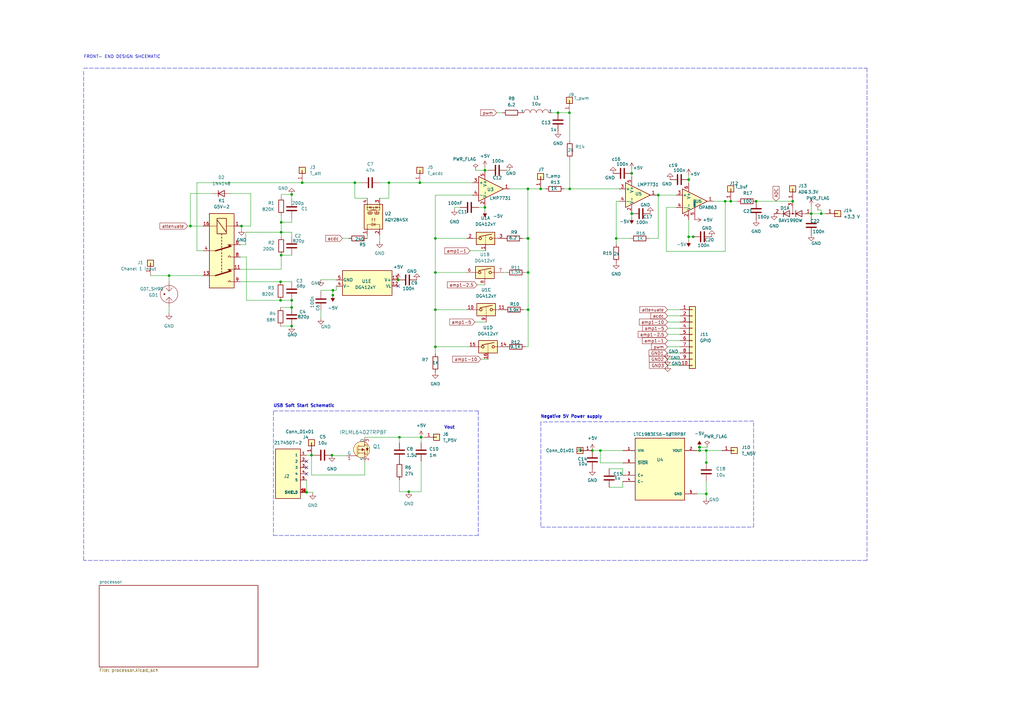
<source format=kicad_sch>
(kicad_sch (version 20211123) (generator eeschema)
  (paper "A3")
  (title_block (title "Oscilloscope") (date "1/17/2023") (comment 1 "Project 493"))
  (lib_symbols
    (symbol "2174507-2:2174507-2" (pin_names (offset 1.016))
      (property "Reference" "J" (at -5.3374 10.4206 0))
      (property "Value" "2174507-2" (at -5.3369 -12.4528 0))
      (symbol "2174507-2_0_0"
        (pin passive line (at 7.62 7.62 180) (length 2.54) (name "1") (number "1"))
        (pin passive line (at 7.62 5.08 180) (length 2.54) (name "2") (number "2"))
        (pin passive line (at 7.62 2.54 180) (length 2.54) (name "3") (number "3"))
        (pin passive line (at 7.62 0 180) (length 2.54) (name "4") (number "4"))
        (pin passive line (at 7.62 -2.54 180) (length 2.54) (name "5") (number "5"))
        (pin passive line (at 7.62 -7.62 180) (length 2.54) (name "SHIELD") (number "S1"))
        (pin passive line (at 7.62 -7.62 180) (length 2.54) (name "SHIELD") (number "S2"))
        (pin passive line (at 7.62 -7.62 180) (length 2.54) (name "SHIELD") (number "S3"))
        (pin passive line (at 7.62 -7.62 180) (length 2.54) (name "SHIELD") (number "S4"))
        (pin passive line (at 7.62 -7.62 180) (length 2.54) (name "SHIELD") (number "S5"))
        (pin passive line (at 7.62 -7.62 180) (length 2.54) (name "SHIELD") (number "S6"))
      )
    )
    (symbol "Amplifier_Current:LMP8640" (pin_names (offset 0.127))
      (property "Reference" "U11" (at 3.3782 7.3406 0))
      (property "Value" "LMP7731" (at 4.1656 4.2926 0))
      (symbol "LMP8640_1_1"
        (pin output line (at 7.62 0 180) (length 2.54) (name "~") (number "1"))
        (pin power_in line (at -2.54 -7.62 90) (length 3.81) (name "V-") (number "2"))
        (pin input line (at -7.62 2.54 0) (length 2.54) (name "+") (number "3"))
        (pin input line (at -7.62 -2.54 0) (length 2.54) (name "-") (number "4"))
        (pin power_in line (at -2.54 7.62 270) (length 3.81) (name "V+") (number "5"))
      )
    )
    (symbol "Amplifier_Operational:ADA4807-1" (pin_names (offset 0.127))
      (property "Reference" "U" (at 1.27 3.81 0))
      (property "Value" "ADA4807-1" (at 1.27 -3.81 0))
      (symbol "ADA4807-1_1_1"
        (pin output line (at 7.62 0 180) (length 2.54) (name "~") (number "1"))
        (pin power_in line (at -2.54 -7.62 90) (length 3.81) (name "V-") (number "2"))
        (pin input line (at -7.62 2.54 0) (length 2.54) (name "+") (number "3"))
        (pin input line (at -7.62 -2.54 0) (length 2.54) (name "-") (number "4"))
        (pin input line (at 0 -7.62 90) (length 5.08) (name "~{DISABLE}") (number "5"))
        (pin power_in line (at -2.54 7.62 270) (length 3.81) (name "V+") (number "6"))
      )
    )
    (symbol "Analog_Switch:DG412xY" (pin_names (offset 0.254))
      (property "Reference" "U" (at -3.175 5.334 0))
      (property "Value" "DG412xY" (at -3.175 3.556 0))
      (symbol "DG412xY_1_1"
        (pin input line (at 0 -5.08 90) (length 2.54) (name "~") (number "1"))
        (pin passive line (at -7.62 0 0) (length 2.54) (name "~") (number "2"))
        (pin passive line (at 7.62 0 180) (length 2.54) (name "~") (number "3"))
      )
      (symbol "DG412xY_2_1"
        (pin passive line (at -7.62 0 0) (length 2.54) (name "~") (number "6"))
        (pin passive line (at 7.62 0 180) (length 2.54) (name "~") (number "7"))
        (pin input line (at 0 -5.08 90) (length 2.54) (name "~") (number "8"))
      )
      (symbol "DG412xY_3_1"
        (pin passive line (at -7.62 0 0) (length 2.54) (name "~") (number "10"))
        (pin passive line (at 7.62 0 180) (length 2.54) (name "~") (number "11"))
        (pin input line (at 0 -5.08 90) (length 2.54) (name "~") (number "9"))
      )
      (symbol "DG412xY_4_1"
        (pin passive line (at 7.62 0 180) (length 2.54) (name "~") (number "14"))
        (pin passive line (at -7.62 0 0) (length 2.54) (name "~") (number "15"))
        (pin input line (at 0 -5.08 90) (length 2.54) (name "~") (number "16"))
      )
      (symbol "DG412xY_5_0"
        (pin power_in line (at 2.54 12.7 270) (length 2.54) (name "VL") (number "12"))
        (pin power_in line (at 0 12.7 270) (length 2.54) (name "V+") (number "13"))
        (pin power_in line (at 2.54 -12.7 90) (length 2.54) (name "V-") (number "4"))
        (pin power_in line (at 0 -12.7 90) (length 2.54) (name "GND") (number "5"))
      )
    )
    (symbol "Connector_Generic:Conn_01x01" (pin_names (offset 1.016) hide)
      (property "Reference" "J" (at 0 2.54 0))
      (property "Value" "Conn_01x01" (at 0 -2.54 0))
      (symbol "Conn_01x01_1_1"
        (pin passive line (at -5.08 0 0) (length 3.81) (name "Pin_1") (number "1"))
      )
    )
    (symbol "Connector_Generic:Conn_01x10" (pin_names (offset 1.016) hide)
      (property "Reference" "J" (at 0 12.7 0))
      (property "Value" "Conn_01x10" (at 0 -15.24 0))
      (symbol "Conn_01x10_1_1"
        (pin passive line (at -5.08 10.16 0) (length 3.81) (name "Pin_1") (number "1"))
        (pin passive line (at -5.08 -12.7 0) (length 3.81) (name "Pin_10") (number "10"))
        (pin passive line (at -5.08 7.62 0) (length 3.81) (name "Pin_2") (number "2"))
        (pin passive line (at -5.08 5.08 0) (length 3.81) (name "Pin_3") (number "3"))
        (pin passive line (at -5.08 2.54 0) (length 3.81) (name "Pin_4") (number "4"))
        (pin passive line (at -5.08 0 0) (length 3.81) (name "Pin_5") (number "5"))
        (pin passive line (at -5.08 -2.54 0) (length 3.81) (name "Pin_6") (number "6"))
        (pin passive line (at -5.08 -5.08 0) (length 3.81) (name "Pin_7") (number "7"))
        (pin passive line (at -5.08 -7.62 0) (length 3.81) (name "Pin_8") (number "8"))
        (pin passive line (at -5.08 -10.16 0) (length 3.81) (name "Pin_9") (number "9"))
      )
    )
    (symbol "Device:C" (pin_numbers hide) (pin_names (offset 0.254))
      (property "Reference" "C" (at 0.635 2.54 0))
      (property "Value" "C" (at 0.635 -2.54 0))
      (symbol "C_1_1"
        (pin passive line (at 0 3.81 270) (length 2.794) (name "~") (number "1"))
        (pin passive line (at 0 -3.81 90) (length 2.794) (name "~") (number "2"))
      )
    )
    (symbol "Device:GDT_2Pin" (pin_numbers hide)
      (property "Reference" "GD1" (at 5.08 1.2701 0))
      (property "Value" "GDT_SH90" (at 5.08 -1.2699 0))
      (symbol "GDT_2Pin_1_1"
        (pin passive line (at 0 -5.08 90) (length 2.54) (name "~") (number "1"))
        (pin passive line (at 0 5.08 270) (length 2.54) (name "~") (number "2"))
      )
    )
    (symbol "Device:R" (pin_numbers hide) (pin_names (offset 0))
      (property "Reference" "R" (at 2.032 0 90))
      (property "Value" "R" (at 0 0 90))
      (symbol "R_1_1"
        (pin passive line (at 0 3.81 270) (length 1.27) (name "~") (number "1"))
        (pin passive line (at 0 -3.81 90) (length 1.27) (name "~") (number "2"))
      )
    )
    (symbol "Diode:1N4148" (pin_numbers hide) (pin_names (offset 1.016) hide)
      (property "Reference" "D" (at 0 2.54 0))
      (property "Value" "1N4148" (at 0 -2.54 0))
      (symbol "1N4148_1_1"
        (pin passive line (at -3.81 0 0) (length 2.54) (name "K") (number "1"))
        (pin passive line (at 3.81 0 180) (length 2.54) (name "A") (number "2"))
      )
    )
    (symbol "Diode:BAV199DW" (pin_names (offset 0.0254) hide)
      (property "Reference" "D2" (at -2.1797 2.5401 90))
      (property "Value" "BAV199DW" (at 12.4253 -3.7648 90))
      (symbol "BAV199DW_1_1"
        (pin passive line (at -7.62 0 0) (length 2.54) (name "A1") (number "1"))
        (pin passive line (at 7.62 0 180) (length 2.54) (name "K2") (number "2"))
        (pin passive line (at 0 -5.08 90) (length 2.54) (name "K3A4") (number "3"))
      )
      (symbol "BAV199DW_2_1"
        (pin passive line (at 0 -5.08 90) (length 2.54) (name "K1A2") (number "3"))
        (pin passive line (at -7.62 0 0) (length 2.54) (name "A3") (number "4"))
        (pin passive line (at 7.62 0 180) (length 2.54) (name "K4") (number "5"))
      )
    )
    (symbol "LMP8640_1" (pin_names (offset 0.127))
      (property "Reference" "U9" (at 2.3622 6.2484 0))
      (property "Value" "LMP8640_1" (at 4.1656 3.175 0))
      (symbol "LMP8640_1_1_1"
        (pin output line (at 7.62 0 180) (length 2.54) (name "~") (number "1"))
        (pin power_in line (at -2.54 -7.62 90) (length 3.81) (name "V-") (number "2"))
        (pin input line (at -7.62 2.54 0) (length 2.54) (name "+") (number "3"))
        (pin input line (at -7.62 -2.54 0) (length 2.54) (name "-") (number "4"))
        (pin power_in line (at -2.54 7.62 270) (length 3.81) (name "V+") (number "5"))
      )
    )
    (symbol "LTC1983ES6-5_TRPBF:LTC1983ES6-5#TRPBF" (pin_names (offset 1.016))
      (property "Reference" "U" (at -10.1612 13.3365 0))
      (property "Value" "LTC1983ES6-5#TRPBF" (at -10.1658 -15.2487 0))
      (symbol "LTC1983ES6-5#TRPBF_0_0"
        (pin input line (at -15.24 7.62 0) (length 5.08) (name "VIN") (number "1"))
        (pin output line (at 15.24 7.62 180) (length 5.08) (name "VOUT") (number "2"))
        (pin passive line (at -15.24 -2.54 0) (length 5.08) (name "C+") (number "3"))
        (pin passive line (at -15.24 -5.08 0) (length 5.08) (name "C-") (number "4"))
        (pin power_in line (at 15.24 -10.16 180) (length 5.08) (name "GND") (number "5"))
        (pin input line (at -15.24 2.54 0) (length 5.08) (name "~{SHDN}") (number "6"))
      )
    )
    (symbol "Relay:G5V-2"
      (property "Reference" "K" (at 16.51 3.81 0))
      (property "Value" "G5V-2" (at 16.51 1.27 0))
      (symbol "G5V-2_1_1"
        (pin passive line (at -10.16 7.62 270) (length 2.54) (name "~") (number "1"))
        (pin passive line (at 7.62 7.62 270) (length 2.54) (name "~") (number "11"))
        (pin passive line (at 10.16 -7.62 90) (length 2.54) (name "~") (number "13"))
        (pin passive line (at -10.16 -7.62 90) (length 2.54) (name "~") (number "16"))
        (pin passive line (at 0 -7.62 90) (length 2.54) (name "~") (number "4"))
        (pin passive line (at -2.54 7.62 270) (length 2.54) (name "~") (number "6"))
        (pin passive line (at 2.54 7.62 270) (length 2.54) (name "~") (number "8"))
        (pin passive line (at 12.7 7.62 270) (length 2.54) (name "~") (number "9"))
      )
    )
    (symbol "Relay_SolidState:TLP3123"
      (property "Reference" "U" (at -5.08 5.08 0))
      (property "Value" "TLP3123" (at 0 5.08 0))
      (symbol "TLP3123_1_1"
        (pin passive line (at -7.62 2.54 0) (length 2.54) (name "~") (number "1"))
        (pin passive line (at -7.62 -2.54 0) (length 2.54) (name "~") (number "2"))
        (pin passive line (at 7.62 -2.54 180) (length 2.54) (name "~") (number "3"))
        (pin passive line (at 7.62 2.54 180) (length 2.54) (name "~") (number "4"))
      )
    )
    (symbol "dk_Transistors-FETs-MOSFETs-Single:IRLML6402TRPBF" (pin_names (offset 0))
      (property "Reference" "Q" (at -2.6924 3.6322 0))
      (property "Value" "IRLML6402TRPBF" (at 3.4544 0 90))
      (symbol "IRLML6402TRPBF_1_1"
        (pin bidirectional line (at -7.62 -2.54 0) (length 2.54) (name "G") (number "1"))
        (pin bidirectional line (at 0 -5.08 90) (length 2.54) (name "S") (number "2"))
        (pin bidirectional line (at 0 5.08 270) (length 2.54) (name "D") (number "3"))
      )
    )
    (symbol "power:+3.3V" (power) (pin_names (offset 0))
      (property "Value" "+3.3V" (at 0 3.556 0))
      (symbol "+3.3V_1_1"
        (pin power_in line (at 0 0 90) (length 0) hide (name "+3.3V") (number "1"))
      )
    )
    (symbol "power:+5V" (power) (pin_names (offset 0))
      (property "Value" "+5V" (at 0 3.556 0))
      (symbol "+5V_1_1"
        (pin power_in line (at 0 0 90) (length 0) hide (name "+5V") (number "1"))
      )
    )
    (symbol "power:-5V" (power) (pin_names (offset 0))
      (property "Value" "-5V" (at 0 3.81 0))
      (symbol "-5V_0_0"
        (pin power_in line (at 0 0 90) (length 0) hide (name "-5V") (number "1"))
      )
    )
    (symbol "power:GND" (power) (pin_names (offset 0))
      (property "Value" "GND" (at 0 -3.81 0))
      (symbol "GND_1_1"
        (pin power_in line (at 0 0 270) (length 0) hide (name "GND") (number "1"))
      )
    )
    (symbol "power:PWR_FLAG" (power) (pin_numbers hide) (pin_names (offset 0) hide)
      (property "Value" "PWR_FLAG" (at 0 3.81 0))
      (symbol "PWR_FLAG_0_0"
        (pin power_out line (at 0 0 90) (length 0) (name "pwr") (number "1"))
      )
    )
    (symbol "pspice:INDUCTOR" (pin_numbers hide) (pin_names (offset 0))
      (property "Reference" "L" (at 0 2.54 0))
      (property "Value" "INDUCTOR" (at 0 -1.27 0))
      (symbol "INDUCTOR_1_1"
        (pin input line (at -6.35 0 0) (length 1.27) (name "1") (number "1"))
        (pin input line (at 6.35 0 180) (length 1.27) (name "2") (number "2"))
      )
    )
  )
  (junction (at 310.134 82.55))
  (junction (at 252.73 97.79))
  (junction (at 198.882 69.85))
  (junction (at 297.434 82.55))
  (junction (at 289.687 202.5683))
  (junction (at 163.322 114.808))
  (junction (at 159.512 74.93))
  (junction (at 178.562 142.24))
  (junction (at 233.553 46.228))
  (junction (at 127.762 186.69))
  (junction (at 115.062 115.57))
  (junction (at 325.12 82.55))
  (junction (at 136.144 186.69))
  (junction (at 259.08 71.12))
  (junction (at 163.83 179.324))
  (junction (at 69.342 113.03))
  (junction (at 259.08 87.63))
  (junction (at 216.5109 77.47))
  (junction (at 125.73 201.93))
  (junction (at 332.74 87.63))
  (junction (at 289.687 189.7126))
  (junction (at 119.634 79.756))
  (junction (at 242.951 184.785))
  (junction (at 216.6039 127))
  (junction (at 284.3022 97.1042))
  (junction (at 289.6891 184.785))
  (junction (at 233.68 77.47))
  (junction (at 78.105 92.71))
  (junction (at 216.5109 97.79))
  (junction (at 115.316 104.648))
  (junction (at 136.4996 121.0818))
  (junction (at 221.742 77.47))
  (junction (at 216.6039 111.76))
  (junction (at 99.06 92.71))
  (junction (at 299.72 82.55))
  (junction (at 216.6039 97.79))
  (junction (at 228.854 46.228))
  (junction (at 246.238 184.785))
  (junction (at 270.002 80.01))
  (junction (at 282.448 73.66))
  (junction (at 172.72 179.324))
  (junction (at 115.062 123.19))
  (junction (at 198.882 85.09))
  (junction (at 172.212 74.93))
  (junction (at 286.9115 184.785))
  (junction (at 178.562 97.79))
  (junction (at 115.316 91.186))
  (junction (at 286.9115 183.4388))
  (junction (at 145.542 74.93))
  (junction (at 115.316 95.25))
  (junction (at 282.448 97.1174))
  (junction (at 136.537 119.0722))
  (junction (at 167.64 201.676))
  (junction (at 336.8294 87.6046))
  (junction (at 286.8676 183.4388))
  (junction (at 178.562 111.76))
  (junction (at 119.634 133.731))
  (junction (at 119.634 126.111))
  (junction (at 178.562 127))
  (junction (at 119.634 123.19))
  (junction (at 123.952 74.93))
  (no_connect (at 125.73 194.31))
  (no_connect (at 163.322 117.348))
  (no_connect (at 125.73 191.77))
  (no_connect (at 125.73 189.23))
  (wire (pts (xy 332.74 87.63) (xy 332.74 88.646)))
  (wire (pts (xy 282.448 71.882) (xy 282.448 73.66)))
  (wire (pts (xy 136.537 119.0722) (xy 137.922 119.0722)))
  (wire (pts (xy 259.08 69.342) (xy 259.08 71.12)))
  (wire (pts (xy 285.9024 202.5683) (xy 289.687 202.5683)))
  (wire (pts (xy 273.304 103.124) (xy 297.434 103.124)))
  (wire (pts (xy 233.68 46.228) (xy 233.68 57.658)))
  (wire (pts (xy 136.537 121.0818) (xy 136.4996 121.0818)))
  (wire (pts (xy 273.7612 127) (xy 278.892 127)))
  (wire (pts (xy 286.9115 184.785) (xy 286.9115 183.4388)))
  (wire (pts (xy 127.762 186.69) (xy 128.524 186.69)))
  (wire (pts (xy 221.742 77.47) (xy 223.774 77.47)))
  (wire (pts (xy 119.634 79.6448) (xy 119.634 79.756)))
  (wire (pts (xy 172.72 201.676) (xy 167.64 201.676)))
  (wire (pts (xy 98.552 92.71) (xy 99.06 92.71)))
  (wire (pts (xy 277.368 85.09) (xy 273.304 85.09)))
  (wire (pts (xy 178.562 142.24) (xy 178.562 145.034)))
  (wire (pts (xy 216.5109 77.47) (xy 221.742 77.47)))
  (polyline (pts (xy 112.2569 168.5475) (xy 196.1785 168.5475)))
  (wire (pts (xy 273.939 134.62) (xy 278.892 134.62)))
  (wire (pts (xy 119.634 95.25) (xy 119.634 97.028)))
  (wire (pts (xy 80.772 74.93) (xy 123.952 74.93)))
  (wire (pts (xy 195.072 69.85) (xy 198.882 69.85)))
  (wire (pts (xy 228.854 46.228) (xy 226.314 46.228)))
  (wire (pts (xy 249.8344 199.8726) (xy 255.4224 199.8726)))
  (wire (pts (xy 125.73 186.69) (xy 127.762 186.69)))
  (wire (pts (xy 273.7612 147.32) (xy 278.892 147.32)))
  (wire (pts (xy 94.615 79.375) (xy 102.87 79.375)))
  (wire (pts (xy 119.634 123.19) (xy 119.634 126.111)))
  (wire (pts (xy 149.606 194.818) (xy 127.762 194.818)))
  (wire (pts (xy 149.606 179.324) (xy 163.83 179.324)))
  (wire (pts (xy 231.394 77.47) (xy 233.68 77.47)))
  (wire (pts (xy 215.392 142.24) (xy 216.6039 142.24)))
  (wire (pts (xy 178.562 127) (xy 191.77 127)))
  (wire (pts (xy 198.882 85.09) (xy 198.882 86.36)))
  (wire (pts (xy 302.514 82.55) (xy 299.72 82.55)))
  (wire (pts (xy 178.562 142.24) (xy 192.532 142.24)))
  (wire (pts (xy 259.08 87.63) (xy 259.08 89.154)))
  (wire (pts (xy 115.316 95.25) (xy 119.634 95.25)))
  (wire (pts (xy 198.882 68.58) (xy 198.882 69.85)))
  (wire (pts (xy 98.552 110.49) (xy 115.316 110.49)))
  (wire (pts (xy 233.68 65.278) (xy 233.68 77.47)))
  (wire (pts (xy 145.542 74.93) (xy 148.082 74.93)))
  (wire (pts (xy 252.73 97.79) (xy 252.73 82.55)))
  (wire (pts (xy 145.542 81.28) (xy 145.542 74.93)))
  (wire (pts (xy 115.316 79.756) (xy 115.316 80.772)))
  (wire (pts (xy 115.316 91.186) (xy 115.316 88.392)))
  (wire (pts (xy 216.5109 97.79) (xy 216.6039 97.79)))
  (wire (pts (xy 100.838 95.25) (xy 100.838 100.33)))
  (polyline (pts (xy 355.6 229.87) (xy 34.29 229.87)))
  (wire (pts (xy 155.702 81.28) (xy 159.512 81.28)))
  (wire (pts (xy 78.105 92.71) (xy 83.312 92.71)))
  (wire (pts (xy 188.722 85.09) (xy 186.4106 85.09)))
  (wire (pts (xy 196.342 85.09) (xy 198.882 85.09)))
  (wire (pts (xy 100.838 95.25) (xy 115.316 95.25)))
  (wire (pts (xy 163.83 179.324) (xy 163.83 181.61)))
  (wire (pts (xy 286.8676 183.4388) (xy 286.9115 183.4388)))
  (wire (pts (xy 282.448 73.66) (xy 282.448 74.93)))
  (wire (pts (xy 115.062 115.57) (xy 119.634 115.57)))
  (wire (pts (xy 289.687 202.5683) (xy 289.687 204.2922)))
  (wire (pts (xy 273.812 139.7) (xy 278.892 139.7)))
  (wire (pts (xy 299.72 82.55) (xy 297.434 82.55)))
  (wire (pts (xy 195.707 116.84) (xy 198.882 116.84)))
  (wire (pts (xy 286.9115 184.785) (xy 289.6891 184.785)))
  (wire (pts (xy 336.8294 86.1314) (xy 335.4578 86.1314)))
  (wire (pts (xy 255.4224 199.8726) (xy 255.4224 197.485)))
  (wire (pts (xy 296.037 184.785) (xy 289.6891 184.785)))
  (wire (pts (xy 150.622 81.28) (xy 145.542 81.28)))
  (wire (pts (xy 289.6891 184.785) (xy 289.6891 189.7126)))
  (wire (pts (xy 255.4224 192.2526) (xy 255.4224 194.945)))
  (wire (pts (xy 233.68 46.228) (xy 233.553 46.228)))
  (wire (pts (xy 297.434 82.55) (xy 292.608 82.55)))
  (polyline (pts (xy 196.1785 168.5475) (xy 196.1785 219.6269)))
  (wire (pts (xy 127.762 194.818) (xy 127.762 186.69)))
  (wire (pts (xy 115.316 91.186) (xy 115.316 95.25)))
  (wire (pts (xy 115.062 126.111) (xy 119.634 126.111)))
  (wire (pts (xy 69.342 113.03) (xy 69.342 115.57)))
  (wire (pts (xy 193.802 80.01) (xy 178.562 80.01)))
  (wire (pts (xy 172.72 179.324) (xy 172.72 181.61)))
  (wire (pts (xy 178.562 80.01) (xy 178.562 97.79)))
  (wire (pts (xy 246.238 184.785) (xy 255.4224 184.785)))
  (wire (pts (xy 258.572 97.79) (xy 252.73 97.79)))
  (wire (pts (xy 125.73 201.93) (xy 128.27 201.93)))
  (wire (pts (xy 131.6228 119.0722) (xy 131.6228 119.6086)))
  (wire (pts (xy 297.434 103.124) (xy 297.434 82.55)))
  (wire (pts (xy 98.552 105.41) (xy 101.092 105.41)))
  (wire (pts (xy 273.304 85.09) (xy 273.304 103.124)))
  (wire (pts (xy 115.316 104.648) (xy 115.316 110.49)))
  (wire (pts (xy 336.8294 87.6046) (xy 332.74 87.63)))
  (wire (pts (xy 216.6039 111.76) (xy 215.392 111.76)))
  (wire (pts (xy 197.231 147.32) (xy 200.152 147.32)))
  (wire (pts (xy 69.3166 128.397) (xy 69.342 125.73)))
  (wire (pts (xy 115.062 123.19) (xy 101.092 123.19)))
  (wire (pts (xy 98.552 115.57) (xy 115.062 115.57)))
  (wire (pts (xy 332.74 84.455) (xy 332.74 87.63)))
  (wire (pts (xy 80.772 102.87) (xy 80.772 74.93)))
  (wire (pts (xy 246.238 189.865) (xy 255.4224 189.865)))
  (wire (pts (xy 115.316 97.028) (xy 115.316 95.25)))
  (wire (pts (xy 119.634 89.408) (xy 119.634 91.186)))
  (wire (pts (xy 216.6039 111.76) (xy 216.6039 127)))
  (polyline (pts (xy 196.1785 219.6269) (xy 112.1553 219.6269)))
  (wire (pts (xy 172.72 179.324) (xy 173.99 179.324)))
  (wire (pts (xy 136.1694 114.7572) (xy 137.922 114.808)))
  (polyline (pts (xy 309.0672 216.1794) (xy 309.0672 172.6946)))
  (wire (pts (xy 206.502 111.76) (xy 207.772 111.76)))
  (wire (pts (xy 140.462 97.79) (xy 143.002 97.79)))
  (wire (pts (xy 163.83 201.676) (xy 167.64 201.676)))
  (wire (pts (xy 336.8294 87.6046) (xy 336.8294 86.1314)))
  (wire (pts (xy 115.316 104.648) (xy 119.634 104.648)))
  (wire (pts (xy 119.634 79.756) (xy 119.634 81.788)))
  (wire (pts (xy 115.062 123.19) (xy 119.634 123.19)))
  (wire (pts (xy 115.316 79.756) (xy 119.634 79.756)))
  (polyline (pts (xy 112.1553 168.6491) (xy 112.1553 219.6269)))
  (wire (pts (xy 233.68 77.47) (xy 254 77.47)))
  (wire (pts (xy 186.4106 85.09) (xy 186.4106 85.725)))
  (wire (pts (xy 216.6039 127) (xy 216.6039 142.24)))
  (wire (pts (xy 209.042 77.47) (xy 216.5109 77.47)))
  (wire (pts (xy 99.06 92.71) (xy 99.06 93.98)))
  (wire (pts (xy 101.092 105.41) (xy 101.092 123.19)))
  (wire (pts (xy 310.134 82.55) (xy 325.12 82.55)))
  (wire (pts (xy 102.87 92.71) (xy 99.06 92.71)))
  (wire (pts (xy 119.634 91.186) (xy 115.316 91.186)))
  (wire (pts (xy 233.553 46.228) (xy 228.854 46.228)))
  (wire (pts (xy 192.786 102.87) (xy 199.136 102.87)))
  (wire (pts (xy 137.922 119.0722) (xy 137.922 117.348)))
  (wire (pts (xy 194.818 132.08) (xy 199.39 132.08)))
  (polyline (pts (xy 355.6 27.94) (xy 355.6 229.87)))
  (wire (pts (xy 136.537 119.0722) (xy 136.537 121.0818)))
  (wire (pts (xy 78.105 79.375) (xy 86.995 79.375)))
  (wire (pts (xy 252.73 82.55) (xy 254 82.55)))
  (wire (pts (xy 246.238 184.785) (xy 246.238 189.865)))
  (wire (pts (xy 178.562 97.79) (xy 178.562 111.76)))
  (wire (pts (xy 273.812 142.24) (xy 278.892 142.24)))
  (wire (pts (xy 150.622 96.52) (xy 150.622 97.79)))
  (wire (pts (xy 125.73 196.85) (xy 125.73 201.93)))
  (wire (pts (xy 128.27 201.93) (xy 128.27 202.184)))
  (wire (pts (xy 163.83 179.324) (xy 172.72 179.324)))
  (wire (pts (xy 285.9024 184.785) (xy 286.9115 184.785)))
  (wire (pts (xy 159.512 74.93) (xy 172.212 74.93)))
  (wire (pts (xy 178.562 127) (xy 178.562 142.24)))
  (wire (pts (xy 149.606 189.484) (xy 149.606 194.818)))
  (wire (pts (xy 102.87 79.375) (xy 102.87 92.71)))
  (wire (pts (xy 159.512 81.28) (xy 159.512 74.93)))
  (wire (pts (xy 141.986 186.944) (xy 136.144 186.944)))
  (wire (pts (xy 123.952 74.93) (xy 145.542 74.93)))
  (wire (pts (xy 214.63 127) (xy 216.6039 127)))
  (wire (pts (xy 131.6228 130.4544) (xy 131.6228 127.2286)))
  (wire (pts (xy 163.83 196.85) (xy 163.83 201.676)))
  (wire (pts (xy 178.562 111.76) (xy 191.262 111.76)))
  (wire (pts (xy 282.448 97.1174) (xy 282.448 98.552)))
  (wire (pts (xy 242.951 184.785) (xy 246.238 184.785)))
  (wire (pts (xy 286.9115 183.4388) (xy 290.0172 183.4388)))
  (wire (pts (xy 155.702 74.93) (xy 159.512 74.93)))
  (wire (pts (xy 273.812 132.08) (xy 278.892 132.08)))
  (wire (pts (xy 131.5974 114.7572) (xy 136.1694 114.7572)))
  (polyline (pts (xy 309.0672 172.6946) (xy 222.0976 173.0756)))
  (wire (pts (xy 289.687 197.3326) (xy 289.687 202.5683)))
  (wire (pts (xy 115.062 133.731) (xy 119.634 133.731)))
  (wire (pts (xy 273.812 129.54) (xy 278.892 129.54)))
  (wire (pts (xy 172.212 74.93) (xy 193.802 74.93)))
  (wire (pts (xy 178.562 97.79) (xy 191.516 97.79)))
  (wire (pts (xy 338.5058 87.6046) (xy 336.8294 87.6046)))
  (wire (pts (xy 178.562 111.76) (xy 178.562 127)))
  (wire (pts (xy 282.448 97.1174) (xy 284.3022 97.1174)))
  (wire (pts (xy 269.24 80.01) (xy 270.002 80.01)))
  (wire (pts (xy 289.6891 189.7126) (xy 289.687 189.7126)))
  (wire (pts (xy 78.105 92.71) (xy 78.105 79.375)))
  (wire (pts (xy 172.72 189.23) (xy 172.72 201.676)))
  (wire (pts (xy 249.8344 192.2526) (xy 255.4224 192.2526)))
  (wire (pts (xy 203.708 46.228) (xy 205.994 46.228)))
  (wire (pts (xy 282.448 90.17) (xy 282.448 97.1174)))
  (wire (pts (xy 285.9024 202.5683) (xy 285.9024 202.565)))
  (polyline (pts (xy 34.29 27.94) (xy 355.6 27.94)))
  (wire (pts (xy 76.962 92.71) (xy 78.105 92.71)))
  (wire (pts (xy 61.722 113.03) (xy 69.342 113.03)))
  (wire (pts (xy 207.772 69.85) (xy 209.042 69.85)))
  (wire (pts (xy 131.6228 119.0722) (xy 136.537 119.0722)))
  (wire (pts (xy 284.3022 97.1174) (xy 284.3022 97.1042)))
  (wire (pts (xy 98.552 100.33) (xy 100.838 100.33)))
  (wire (pts (xy 273.8628 149.86) (xy 278.892 149.86)))
  (wire (pts (xy 266.192 97.79) (xy 270.002 97.79)))
  (polyline (pts (xy 221.8436 216.1794) (xy 309.0672 216.1794)))
  (wire (pts (xy 155.702 96.52) (xy 155.702 99.06)))
  (wire (pts (xy 273.939 137.16) (xy 278.892 137.16)))
  (wire (pts (xy 270.002 80.01) (xy 270.002 97.79)))
  (wire (pts (xy 252.73 97.79) (xy 252.73 100.076)))
  (wire (pts (xy 198.882 69.85) (xy 200.152 69.85)))
  (polyline (pts (xy 221.8436 172.9486) (xy 221.8436 216.1794)))
  (wire (pts (xy 69.342 113.03) (xy 83.312 113.03)))
  (polyline (pts (xy 34.29 29.21) (xy 34.29 229.87)))
  (wire (pts (xy 259.08 71.12) (xy 259.08 72.39)))
  (wire (pts (xy 216.6039 97.79) (xy 216.6039 111.76)))
  (wire (pts (xy 270.002 80.01) (xy 277.368 80.01)))
  (wire (pts (xy 83.312 102.87) (xy 80.772 102.87)))
  (wire (pts (xy 273.685 144.78) (xy 278.892 144.78)))
  (wire (pts (xy 214.376 97.79) (xy 216.5109 97.79)))
  (wire (pts (xy 216.5109 77.47) (xy 216.5109 97.79)))
  (wire (pts (xy 136.144 186.944) (xy 136.144 186.69)))
  (text "Vout" (at 182.1323 176.0913 0) (effects (font (size 1.27 1.27) bold) (justify left bottom)))
  (text "USB Soft Start Schematic \n" (at 112.0791 167.2521 0) (effects (font (size 1.27 1.27) bold) (justify left bottom)))
  (text "Negative 5V Power supply" (at 221.6912 171.6786 0) (effects (font (size 1.27 1.27) (thickness 0.254) bold) (justify left bottom)))
  (text "FRONT- END DESIGN SHCEMATIC" (at 34.29 24.13 0) (effects (font (size 1.27 1.27)) (justify left bottom)))
  (global_label "amp1-10" (shape input) (at 197.231 147.32 180) (property "Intersheet References" "${INTERSHEET_REFS}" (effects hide)))
  (global_label "GND1" (shape input) (at 273.685 144.78 180) (property "Intersheet References" "${INTERSHEET_REFS}" (effects hide)))
  (global_label "ADC" (shape input) (at 318.2874 82.4484 90) (property "Intersheet References" "${INTERSHEET_REFS}" (effects hide)))
  (global_label "amp1-1" (shape input) (at 273.812 139.7 180) (property "Intersheet References" "${INTERSHEET_REFS}" (effects hide)))
  (global_label "attenuate" (shape input) (at 273.7612 127 180) (property "Intersheet References" "${INTERSHEET_REFS}" (effects hide)))
  (global_label "amp1-5" (shape input) (at 273.939 134.62 180) (property "Intersheet References" "${INTERSHEET_REFS}" (effects hide)))
  (global_label "amp1-2.5" (shape input) (at 195.707 116.84 180) (property "Intersheet References" "${INTERSHEET_REFS}" (effects hide)))
  (global_label "amp1-10" (shape input) (at 273.812 132.08 180) (property "Intersheet References" "${INTERSHEET_REFS}" (effects hide)))
  (global_label "GND3" (shape input) (at 273.8628 149.86 180) (property "Intersheet References" "${INTERSHEET_REFS}" (effects hide)))
  (global_label "pwm" (shape input) (at 203.708 46.228 180) (property "Intersheet References" "${INTERSHEET_REFS}" (effects hide)))
  (global_label "pwm" (shape input) (at 273.812 142.24 180) (property "Intersheet References" "${INTERSHEET_REFS}" (effects hide)))
  (global_label "attenuate" (shape input) (at 76.962 92.71 180) (property "Intersheet References" "${INTERSHEET_REFS}" (effects hide)))
  (global_label "acdc" (shape input) (at 273.812 129.54 180) (property "Intersheet References" "${INTERSHEET_REFS}" (effects hide)))
  (global_label "amp1-2.5" (shape input) (at 273.939 137.16 180) (property "Intersheet References" "${INTERSHEET_REFS}" (effects hide)))
  (global_label "amp1-1" (shape input) (at 192.786 102.87 180) (property "Intersheet References" "${INTERSHEET_REFS}" (effects hide)))
  (global_label "GND2" (shape input) (at 273.7612 147.32 180) (property "Intersheet References" "${INTERSHEET_REFS}" (effects hide)))
  (global_label "acdc" (shape input) (at 140.462 97.79 180) (property "Intersheet References" "${INTERSHEET_REFS}" (effects hide)))
  (global_label "amp1-5" (shape input) (at 194.818 132.08 180) (property "Intersheet References" "${INTERSHEET_REFS}" (effects hide)))
  (symbol (lib_name "LMP8640_1") (lib_id "Amplifier_Current:LMP8640") (at 201.422 77.47 0) (unit 1)
    (property "Reference" "U3" (at 201.168 77.724 0))
    (property "Value" "LMP7731" (at 205.232 81.28 0))
    (property "Footprint" "Package_TO_SOT_SMD:SOT-23-5_HandSoldering" (effects hide))
    (property "Datasheet" "https://www.ti.com/lit/ds/symlink/lmp7731.pdf?HQS=dis-mous-null-mousermode-dsf-pf-null-wwe&ts=1675782951582&ref_url=https%253A%252F%252Fwww.mouser.com%252F" (effects hide))
  )
  (symbol (lib_id "power:GND") (at 170.942 114.808 180) (unit 1)
    (property "Reference" "#PWR013" (effects hide))
    (property "Value" "GND" (at 168.91 111.252 0))
  )
  (symbol (lib_id "Connector_Generic:Conn_01x01") (at 325.12 77.47 90) (unit 1)
    (property "Reference" "J13" (at 327.406 76.1999 90) (effects (justify right)))
    (property "Value" "ADC" (at 327.406 78.7399 90) (effects (justify right)))
    (property "Footprint" "Connector_PinHeader_2.54mm:PinHeader_1x01_P2.54mm_Vertical" (effects hide))
  )
  (symbol (lib_id "Device:C") (at 132.334 186.69 90) (unit 1)
    (property "Reference" "C5" (at 132.334 179.1462 90))
    (property "Value" "10u" (at 132.334 181.6862 90))
    (property "Footprint" "Capacitor_SMD:C_0603_1608Metric_Pad1.08x0.95mm_HandSolder" (effects hide))
  )
  (symbol (lib_id "power:GND") (at 291.9222 97.1042 180) (unit 1)
    (property "Reference" "#PWR035" (effects hide))
    (property "Value" "GND" (at 289.8902 93.5482 0))
  )
  (symbol (lib_id "Connector_Generic:Conn_01x01") (at 299.72 77.47 90) (unit 1)
    (property "Reference" "J12" (at 299.212 75.184 90) (effects (justify right)))
    (property "Value" "T_buf" (at 301.498 76.581 90) (effects (justify right)))
    (property "Footprint" "Connector_PinHeader_2.54mm:PinHeader_1x01_P2.54mm_Vertical" (effects hide))
  )
  (symbol (lib_id "Analog_Switch:DG412xY") (at 199.39 127 0) (unit 3)
    (property "Reference" "U1" (at 199.39 118.872 0))
    (property "Value" "DG412xY" (at 199.39 121.412 0))
    (property "Footprint" "Package_SO:SOIC-16_3.9x9.9mm_P1.27mm" (effects hide))
    (property "Datasheet" "https://datasheets.maximintegrated.com/en/ds/DG411-DG413.pdf" (effects hide))
  )
  (symbol (lib_id "power:GND") (at 186.4106 85.725 0) (unit 1)
    (property "Reference" "#PWR016" (effects hide))
    (property "Value" "GND" (at 186.4106 90.9574 0))
  )
  (symbol (lib_id "power:GND") (at 273.8628 149.86 0) (unit 1)
    (property "Reference" "#PWR0103" (effects hide))
    (property "Value" "GND" (at 277.4188 149.1488 0))
  )
  (symbol (lib_id "power:GND") (at 69.3166 128.397 0) (unit 1)
    (property "Reference" "#PWR01" (effects hide))
    (property "Value" "GND" (at 69.3166 133.731 0))
  )
  (symbol (lib_id "power:GND") (at 252.73 107.696 0) (unit 1)
    (property "Reference" "#PWR024" (effects hide))
    (property "Value" "GND" (at 252.73 112.3696 0))
  )
  (symbol (lib_id "Connector_Generic:Conn_01x01") (at 221.742 72.39 90) (unit 1)
    (property "Reference" "J7" (at 220.726 69.596 90) (effects (justify right)))
    (property "Value" "T_amp" (at 223.774 72.136 90) (effects (justify right)))
    (property "Footprint" "Connector_PinHeader_2.54mm:PinHeader_1x01_P2.54mm_Vertical" (effects hide))
  )
  (symbol (lib_id "Device:C") (at 119.634 100.838 0) (mirror y) (unit 1)
    (property "Reference" "C2" (at 123.4948 96.7232 0) (effects (justify left)))
    (property "Value" "820p" (at 124.968 98.806 0) (effects (justify left)))
    (property "Footprint" "Capacitor_SMD:C_0603_1608Metric_Pad1.08x0.95mm_HandSolder" (effects hide))
  )
  (symbol (lib_id "Device:R") (at 210.566 97.79 90) (unit 1)
    (property "Reference" "R9" (at 210.8454 95.2754 90))
    (property "Value" "6.2" (at 210.3882 97.5868 90))
    (property "Footprint" "Resistor_SMD:R_0603_1608Metric_Pad0.98x0.95mm_HandSolder" (effects hide))
  )
  (symbol (lib_id "power:GND") (at 136.144 186.69 0) (unit 1)
    (property "Reference" "#PWR07" (effects hide))
    (property "Value" "GND" (at 136.144 192.3288 0))
  )
  (symbol (lib_id "Diode:1N4148") (at 90.805 79.375 0) (unit 1)
    (property "Reference" "D2" (at 90.805 72.771 0))
    (property "Value" "1N4148" (at 90.805 75.311 0))
    (property "Footprint" "Diode_THT:D_DO-35_SOD27_P7.62mm_Horizontal" (effects hide))
    (property "Datasheet" "https://assets.nexperia.com/documents/data-sheet/1N4148_1N4448.pdf" (effects hide))
  )
  (symbol (lib_id "Analog_Switch:DG412xY") (at 199.136 97.79 0) (unit 1)
    (property "Reference" "U1" (at 199.136 89.408 0))
    (property "Value" "DG412xY" (at 199.136 91.948 0))
    (property "Footprint" "Package_SO:SOIC-16_3.9x9.9mm_P1.27mm" (effects hide))
    (property "Datasheet" "https://datasheets.maximintegrated.com/en/ds/DG411-DG413.pdf" (effects hide))
  )
  (symbol (lib_id "Device:GDT_2Pin") (at 69.342 120.65 180) (unit 1)
    (property "Reference" "GD1" (at 60.96 121.031 0) (effects (justify right)))
    (property "Value" "GDT_SH90" (at 57.404 118.491 0) (effects (justify right)))
    (property "Footprint" "digikey-footprints:SH90_1" (effects hide))
  )
  (symbol (lib_id "Connector_Generic:Conn_01x01") (at 343.5858 87.6046 0) (unit 1)
    (property "Reference" "J14" (at 345.8718 86.3345 0) (effects (justify left)))
    (property "Value" "+3.3 V" (at 345.8718 88.8745 0) (effects (justify left)))
    (property "Footprint" "Connector_PinHeader_2.54mm:PinHeader_1x01_P2.54mm_Vertical" (effects hide))
  )
  (symbol (lib_id "power:GND") (at 99.06 93.98 0) (unit 1)
    (property "Reference" "#PWR02" (effects hide))
    (property "Value" "GND" (at 99.06 98.425 0))
  )
  (symbol (lib_id "Device:C") (at 249.8344 196.0626 0) (unit 1)
    (property "Reference" "C15" (at 251.5108 194.3862 0) (effects (justify left)))
    (property "Value" "1u" (at 251.9426 196.0118 0) (effects (justify left)))
    (property "Footprint" "Capacitor_SMD:C_0603_1608Metric_Pad1.08x0.95mm_HandSolder" (effects hide))
  )
  (symbol (lib_id "power:+5V") (at 198.882 68.58 0) (unit 1)
    (property "Reference" "#PWR017" (effects hide))
    (property "Value" "+5V" (at 198.882 63.9965 0))
  )
  (symbol (lib_id "Device:C") (at 332.74 92.456 0) (unit 1)
    (property "Reference" "C22" (at 334.264 90.678 0))
    (property "Value" "100n" (at 335.788 94.996 0))
    (property "Footprint" "Capacitor_SMD:C_0603_1608Metric_Pad1.08x0.95mm_HandSolder" (effects hide))
  )
  (symbol (lib_id "Device:C") (at 228.854 50.038 0) (unit 1)
    (property "Reference" "C13" (at 221.996 50.292 0) (effects (justify left)))
    (property "Value" "1u" (at 225.806 53.086 0) (effects (justify left)))
    (property "Footprint" "Capacitor_SMD:C_0603_1608Metric_Pad1.08x0.95mm_HandSolder" (effects hide))
  )
  (symbol (lib_id "power:+5V") (at 282.448 71.882 0) (unit 1)
    (property "Reference" "#PWR032" (effects hide))
    (property "Value" "+5V" (at 284.988 71.374 0))
  )
  (symbol (lib_id "Device:C") (at 192.532 85.09 90) (unit 1)
    (property "Reference" "C11" (at 189.738 86.868 90))
    (property "Value" "100nF" (at 186.69 83.312 90))
    (property "Footprint" "Capacitor_SMD:C_0603_1608Metric_Pad1.08x0.95mm_HandSolder" (effects hide))
  )
  (symbol (lib_id "Device:R") (at 163.83 193.04 0) (unit 1)
    (property "Reference" "R6" (at 166.0144 191.7699 0) (effects (justify left)))
    (property "Value" "27k" (at 166.0144 194.3099 0) (effects (justify left)))
    (property "Footprint" "Resistor_SMD:R_0603_1608Metric_Pad0.98x0.95mm_HandSolder" (effects hide))
  )
  (symbol (lib_id "Connector_Generic:Conn_01x01") (at 233.553 41.148 90) (unit 1)
    (property "Reference" "J9" (at 233.045 38.862 90) (effects (justify right)))
    (property "Value" "T_pwm" (at 235.331 40.259 90) (effects (justify right)))
    (property "Footprint" "Connector_PinHeader_2.54mm:PinHeader_1x01_P2.54mm_Vertical" (effects hide))
  )
  (symbol (lib_id "power:GND") (at 266.7 87.63 180) (unit 1)
    (property "Reference" "#PWR028" (effects hide))
    (property "Value" "GND" (at 264.668 84.074 0))
  )
  (symbol (lib_id "Relay:G5V-2") (at 90.932 102.87 270) (unit 1)
    (property "Reference" "K1" (at 90.932 82.2706 90))
    (property "Value" "G5V-2" (at 90.932 84.8106 90))
    (property "Footprint" "Relay_THT:Relay_DPDT_Omron_G5V-2" (effects hide))
    (property "Datasheet" "http://omronfs.omron.com/en_US/ecb/products/pdf/en-g5v_2.pdf" (effects hide))
  )
  (symbol (lib_id "Analog_Switch:DG412xY") (at 200.152 142.24 0) (unit 4)
    (property "Reference" "U1" (at 200.152 134.366 0))
    (property "Value" "DG412xY" (at 200.152 136.906 0))
    (property "Footprint" "Package_SO:SOIC-16_3.9x9.9mm_P1.27mm" (effects hide))
    (property "Datasheet" "https://datasheets.maximintegrated.com/en/ds/DG411-DG413.pdf" (effects hide))
  )
  (symbol (lib_id "Device:R") (at 306.324 82.55 90) (unit 1)
    (property "Reference" "R17" (at 306.705 79.2226 90))
    (property "Value" "100" (at 306.578 82.5246 90))
    (property "Footprint" "Resistor_SMD:R_0603_1608Metric_Pad0.98x0.95mm_HandSolder" (effects hide))
  )
  (symbol (lib_id "Device:R") (at 115.062 129.921 0) (mirror x) (unit 1)
    (property "Reference" "R4" (at 113.157 128.6509 0) (effects (justify right)))
    (property "Value" "68K" (at 113.157 131.1909 0) (effects (justify right)))
    (property "Footprint" "Resistor_SMD:R_0603_1608Metric_Pad0.98x0.95mm_HandSolder" (effects hide))
  )
  (symbol (lib_id "Device:R") (at 211.582 142.24 90) (unit 1)
    (property "Reference" "R12" (at 211.4042 140.3858 90))
    (property "Value" "9.1K" (at 211.4042 142.24 90))
    (property "Footprint" "Resistor_SMD:R_0603_1608Metric_Pad0.98x0.95mm_HandSolder" (effects hide))
  )
  (symbol (lib_id "power:+5V") (at 284.988 90.17 270) (unit 1)
    (property "Reference" "#PWR034" (effects hide))
    (property "Value" "+5V" (at 288.2138 90.1699 90) (effects (justify left)))
  )
  (symbol (lib_id "power:-5V") (at 136.4996 121.0818 180) (unit 1)
    (property "Reference" "#PWR09" (effects hide))
    (property "Value" "-5V" (at 136.4996 126.2888 0))
  )
  (symbol (lib_id "pspice:INDUCTOR") (at 219.964 46.228 0) (unit 1)
    (property "Reference" "L1" (at 219.964 40.0558 0))
    (property "Value" "10u" (at 219.964 42.5958 0))
    (property "Footprint" "Inductor_SMD:L_0603_1608Metric_Pad1.05x0.95mm_HandSolder" (effects hide))
  )
  (symbol (lib_id "power:GND") (at 242.951 192.405 0) (unit 1)
    (property "Reference" "#PWR022" (effects hide))
    (property "Value" "GND" (at 242.951 196.9798 0))
  )
  (symbol (lib_id "Device:C") (at 131.6228 123.4186 0) (unit 1)
    (property "Reference" "C6" (at 130.3528 126.2126 90))
    (property "Value" "100n" (at 128.0668 123.8758 90))
    (property "Footprint" "Capacitor_SMD:C_0603_1608Metric_Pad1.08x0.95mm_HandSolder" (effects hide))
  )
  (symbol (lib_id "Device:C") (at 119.634 119.38 0) (mirror y) (unit 1)
    (property "Reference" "C3" (at 124.1552 115.1636 0) (effects (justify left)))
    (property "Value" "68p" (at 125.3744 117.2972 0) (effects (justify left)))
    (property "Footprint" "Capacitor_SMD:C_0603_1608Metric_Pad1.08x0.95mm_HandSolder" (effects hide))
  )
  (symbol (lib_id "Device:C") (at 151.892 74.93 90) (unit 1)
    (property "Reference" "C7" (at 151.892 67.31 90))
    (property "Value" "47n" (at 151.892 69.85 90))
    (property "Footprint" "Capacitor_SMD:C_0603_1608Metric_Pad1.08x0.95mm_HandSolder" (effects hide))
  )
  (symbol (lib_id "Device:R") (at 252.73 103.886 0) (unit 1)
    (property "Reference" "R15" (at 247.142 103.886 0) (effects (justify left)))
    (property "Value" "2k" (at 251.6886 104.0892 0) (effects (justify left)))
    (property "Footprint" "Resistor_SMD:R_0603_1608Metric_Pad0.98x0.95mm_HandSolder" (effects hide))
  )
  (symbol (lib_id "power:GND") (at 273.7612 147.32 0) (unit 1)
    (property "Reference" "#PWR0101" (effects hide))
    (property "Value" "GND" (at 276.9616 146.7866 0))
  )
  (symbol (lib_id "power:GND") (at 119.634 133.731 0) (unit 1)
    (property "Reference" "#PWR04" (effects hide))
    (property "Value" "GND" (at 119.888 137.287 0))
  )
  (symbol (lib_id "Connector_Generic:Conn_01x01") (at 123.952 69.85 90) (unit 1)
    (property "Reference" "J3" (at 127 68.5799 90) (effects (justify right)))
    (property "Value" "T_att" (at 127 71.1199 90) (effects (justify right)))
    (property "Footprint" "Connector_PinHeader_2.54mm:PinHeader_1x01_P2.54mm_Vertical" (effects hide))
  )
  (symbol (lib_id "Device:R") (at 211.582 111.76 90) (unit 1)
    (property "Reference" "R11" (at 211.4804 109.8042 90))
    (property "Value" "1.5K" (at 211.6582 111.5822 90))
    (property "Footprint" "Resistor_SMD:R_0603_1608Metric_Pad0.98x0.95mm_HandSolder" (effects hide))
  )
  (symbol (lib_id "Device:R") (at 115.316 100.838 0) (mirror y) (unit 1)
    (property "Reference" "R2" (at 112.6236 99.5679 0) (effects (justify left)))
    (property "Value" "200k" (at 112.6236 102.1079 0) (effects (justify left)))
    (property "Footprint" "Resistor_SMD:R_0603_1608Metric_Pad0.98x0.95mm_HandSolder" (effects hide))
  )
  (symbol (lib_id "Device:C") (at 242.951 188.595 0) (unit 1)
    (property "Reference" "C14" (at 236.9312 188.2648 0) (effects (justify left)))
    (property "Value" "10u" (at 237.1852 190.1698 0) (effects (justify left)))
    (property "Footprint" "Capacitor_SMD:C_0603_1608Metric_Pad1.08x0.95mm_HandSolder" (effects hide))
  )
  (symbol (lib_id "Device:C") (at 262.89 87.63 90) (unit 1)
    (property "Reference" "C17" (at 265.684 88.9 90))
    (property "Value" "100n" (at 263.3472 91.186 90))
    (property "Footprint" "Capacitor_SMD:C_0603_1608Metric_Pad1.08x0.95mm_HandSolder" (effects hide))
  )
  (symbol (lib_id "LTC1983ES6-5_TRPBF:LTC1983ES6-5#TRPBF") (at 270.6624 192.405 0) (unit 1)
    (property "Reference" "U4" (at 270.6878 188.5696 0))
    (property "Value" "LTC1983ES6-5#TRPBF" (at 270.6116 178.1302 0))
    (property "Footprint" "Package_TO_SOT_SMD:SOT-23-6_Handsoldering" (effects hide))
    (property "STANDARD" "IPC 7351B" (effects hide))
    (property "MANUFACTURER" "LINEAR TECHNOLOGY" (effects hide))
    (property "PARTREV" "C" (effects hide))
  )
  (symbol (lib_id "power:GND") (at 209.042 69.85 180) (unit 1)
    (property "Reference" "#PWR019" (effects hide))
    (property "Value" "GND" (at 209.55 71.12 0))
  )
  (symbol (lib_id "Connector_Generic:Conn_01x10") (at 283.972 137.16 0) (unit 1)
    (property "Reference" "J11" (at 287.02 137.1599 0) (effects (justify left)))
    (property "Value" "GPIO" (at 287.02 139.6999 0) (effects (justify left)))
    (property "Footprint" "Connector_PinHeader_2.54mm:PinHeader_1x10_P2.54mm_Vertical" (effects hide))
  )
  (symbol (lib_id "Connector_Generic:Conn_01x01") (at 61.722 107.95 90) (unit 1)
    (property "Reference" "J1" (at 56.388 107.696 90) (effects (justify right)))
    (property "Value" "Chanel 1 input" (at 49.53 110.236 90) (effects (justify right)))
    (property "Footprint" "Connector_PinHeader_2.54mm:PinHeader_1x01_P2.54mm_Vertical" (effects hide))
  )
  (symbol (lib_id "power:GND") (at 273.685 144.78 0) (unit 1)
    (property "Reference" "#PWR0104" (effects hide))
    (property "Value" "GND" (at 276.1996 144.1958 0))
  )
  (symbol (lib_id "power:PWR_FLAG") (at 195.072 69.85 0) (unit 1)
    (property "Reference" "#FLG01" (effects hide))
    (property "Value" "PWR_FLAG" (at 190.5 65.278 0))
  )
  (symbol (lib_id "Device:R") (at 178.562 148.844 0) (unit 1)
    (property "Reference" "R7" (at 172.974 147.574 0) (effects (justify left)))
    (property "Value" "1K" (at 177.292 148.844 0) (effects (justify left)))
    (property "Footprint" "Resistor_SMD:R_0603_1608Metric_Pad0.98x0.95mm_HandSolder" (effects hide))
  )
  (symbol (lib_id "Device:C") (at 119.634 85.598 0) (mirror y) (unit 1)
    (property "Reference" "C1" (at 126.238 85.598 0) (effects (justify left)))
    (property "Value" "200p" (at 124.714 83.312 0) (effects (justify left)))
    (property "Footprint" "Capacitor_SMD:C_0603_1608Metric_Pad1.08x0.95mm_HandSolder" (effects hide))
  )
  (symbol (lib_id "Device:C") (at 119.634 129.921 0) (mirror y) (unit 1)
    (property "Reference" "C4" (at 125.476 127.889 0) (effects (justify left)))
    (property "Value" "820p" (at 127 129.921 0) (effects (justify left)))
    (property "Footprint" "Capacitor_SMD:C_0603_1608Metric_Pad1.08x0.95mm_HandSolder" (effects hide))
  )
  (symbol (lib_id "power:+3.3V") (at 332.74 84.455 0) (unit 1)
    (property "Reference" "#PWR0102" (effects hide))
    (property "Value" "+3.3V" (at 332.74 78.74 0))
  )
  (symbol (lib_id "Analog_Switch:DG412xY") (at 150.622 114.808 270) (unit 5)
    (property "Reference" "U1" (at 150.368 115.316 90))
    (property "Value" "DG412xY" (at 149.86 117.856 90))
    (property "Footprint" "Package_SO:SOIC-16_3.9x9.9mm_P1.27mm" (effects hide))
    (property "Datasheet" "https://datasheets.maximintegrated.com/en/ds/DG411-DG413.pdf" (effects hide))
  )
  (symbol (lib_id "power:GND") (at 310.134 90.17 0) (unit 1)
    (property "Reference" "#PWR036" (effects hide))
    (property "Value" "GND" (at 310.134 94.9053 0))
  )
  (symbol (lib_id "Device:C") (at 172.72 185.42 0) (unit 1)
    (property "Reference" "C10" (at 176.0474 184.1499 0) (effects (justify left)))
    (property "Value" "1m" (at 176.0474 186.6899 0) (effects (justify left)))
    (property "Footprint" "Capacitor_SMD:C_0603_1608Metric_Pad1.08x0.95mm_HandSolder" (effects hide))
  )
  (symbol (lib_id "power:-5V") (at 259.08 89.154 180) (unit 1)
    (property "Reference" "#PWR027" (effects hide))
    (property "Value" "-5V" (at 256.1189 90.8596 0))
  )
  (symbol (lib_id "Device:R") (at 233.68 61.468 0) (unit 1)
    (property "Reference" "R14" (at 235.966 60.1979 0) (effects (justify left)))
    (property "Value" "2K" (at 232.8418 61.595 0) (effects (justify left)))
    (property "Footprint" "Resistor_SMD:R_0603_1608Metric_Pad0.98x0.95mm_HandSolder" (effects hide))
  )
  (symbol (lib_id "Device:C") (at 289.687 193.5226 0) (unit 1)
    (property "Reference" "C18" (at 293.7002 192.2525 0) (effects (justify left)))
    (property "Value" "10u" (at 293.7002 194.7925 0) (effects (justify left)))
    (property "Footprint" "Capacitor_SMD:C_0603_1608Metric_Pad1.08x0.95mm_HandSolder" (effects hide))
  )
  (symbol (lib_id "Connector_Generic:Conn_01x01") (at 301.117 184.785 0) (unit 1)
    (property "Reference" "J10" (at 304.165 183.5149 0) (effects (justify left)))
    (property "Value" "T_N5V" (at 304.165 186.0549 0) (effects (justify left)))
    (property "Footprint" "Connector_PinHeader_2.54mm:PinHeader_1x01_P2.54mm_Vertical" (effects hide))
  )
  (symbol (lib_id "power:PWR_FLAG") (at 335.4578 86.1314 0) (unit 1)
    (property "Reference" "#FLG0101" (effects hide))
    (property "Value" "PWR_FLAG" (at 335.4578 81.3054 0))
  )
  (symbol (lib_id "Device:R") (at 115.062 119.38 0) (mirror x) (unit 1)
    (property "Reference" "R3" (at 112.522 118.1099 0) (effects (justify right)))
    (property "Value" "820K" (at 112.522 120.6499 0) (effects (justify right)))
    (property "Footprint" "Resistor_SMD:R_0603_1608Metric_Pad0.98x0.95mm_HandSolder" (effects hide))
  )
  (symbol (lib_id "2174507-2:2174507-2") (at 118.11 194.31 0) (unit 1)
    (property "Reference" "J2" (at 117.602 195.326 0))
    (property "Value" "2174507-2" (at 118.11 181.61 0))
    (property "Footprint" "J_SMD_2174507-2-5_7.8_5_2.71" (effects hide))
    (property "EU_RoHS_Compliance" "Compliant" (effects hide))
    (property "Comment" "2174507-2" (effects hide))
  )
  (symbol (lib_id "Device:R") (at 210.82 127 90) (unit 1)
    (property "Reference" "R10" (at 211.0994 124.7648 90))
    (property "Value" "3.9K" (at 210.82 127.1778 90))
    (property "Footprint" "Resistor_SMD:R_0603_1608Metric_Pad0.98x0.95mm_HandSolder" (effects hide))
  )
  (symbol (lib_id "power:GND") (at 131.5974 114.7572 0) (unit 1)
    (property "Reference" "#PWR08" (effects hide))
    (property "Value" "GND" (at 129.5908 116.1542 0))
  )
  (symbol (lib_id "power:GND") (at 274.828 73.66 180) (unit 1)
    (property "Reference" "#PWR031" (effects hide))
    (property "Value" "GND" (at 273.558 75.438 0))
  )
  (symbol (lib_id "Amplifier_Operational:ADA4807-1") (at 284.988 82.55 0) (unit 1)
    (property "Reference" "U6" (at 286.512 82.55 0))
    (property "Value" "OPA863" (at 290.322 85.09 0))
    (property "Footprint" "Package_TO_SOT_SMD:SOT-23-6_Handsoldering" (effects hide))
    (property "Datasheet" "https://www.ti.com/lit/ds/symlink/opa2863.pdf?HQS=dis-mous-null-mousermode-dsf-pf-null-wwe&ts=1675760113301&ref_url=https%253A%252F%252Fwww.mouser.cn%252F" (effects hide))
  )
  (symbol (lib_id "power:GND") (at 119.634 79.756 0) (mirror x) (unit 1)
    (property "Reference" "#PWR03" (effects hide))
    (property "Value" "GND" (at 116.078 77.216 0))
  )
  (symbol (lib_id "power:GND") (at 178.562 152.654 0) (unit 1)
    (property "Reference" "#PWR015" (effects hide))
    (property "Value" "GND" (at 178.562 157.4546 0))
  )
  (symbol (lib_id "Relay_SolidState:TLP3123") (at 153.162 88.9 90) (unit 1)
    (property "Reference" "U2" (at 157.734 87.6299 90) (effects (justify right)))
    (property "Value" "AQY284SX" (at 157.734 90.1699 90) (effects (justify right)))
    (property "Footprint" "Package_SO:SOP-4_3.8x4.1mm_P2.54mm" (effects hide))
    (property "Datasheet" "https://toshiba.semicon-storage.com/info/docget.jsp?did=10047&prodName=TLP3123" (effects hide))
  )
  (symbol (lib_id "power:+5V") (at 242.951 184.785 0) (unit 1)
    (property "Reference" "#PWR021" (effects hide))
    (property "Value" "+5V" (at 242.951 179.705 0))
  )
  (symbol (lib_id "Device:R") (at 227.584 77.47 90) (unit 1)
    (property "Reference" "R13" (at 227.6856 74.8284 90))
    (property "Value" "1K" (at 227.2792 77.3176 90))
    (property "Footprint" "Resistor_SMD:R_0603_1608Metric_Pad0.98x0.95mm_HandSolder" (effects hide))
  )
  (symbol (lib_id "Device:C") (at 163.83 185.42 180) (unit 1)
    (property "Reference" "C8" (at 166.751 184.1499 0) (effects (justify right)))
    (property "Value" "1.5u" (at 166.751 186.6899 0) (effects (justify right)))
    (property "Footprint" "Capacitor_SMD:C_0603_1608Metric_Pad1.08x0.95mm_HandSolder" (effects hide))
  )
  (symbol (lib_id "power:-5V") (at 282.448 98.552 180) (unit 1)
    (property "Reference" "#PWR033" (effects hide))
    (property "Value" "-5V" (at 279.4869 100.2576 0))
  )
  (symbol (lib_id "Device:R") (at 146.812 97.79 270) (unit 1)
    (property "Reference" "R5" (at 147.32 100.33 90) (effects (justify left)))
    (property "Value" "240" (at 145.542 98.044 90) (effects (justify left)))
    (property "Footprint" "Resistor_SMD:R_0603_1608Metric_Pad0.98x0.95mm_HandSolder" (effects hide))
  )
  (symbol (lib_id "power:+5V") (at 172.72 179.324 0) (unit 1)
    (property "Reference" "#PWR014" (effects hide))
    (property "Value" "+5V" (at 172.72 174.498 0))
  )
  (symbol (lib_id "Device:C") (at 278.638 73.66 90) (unit 1)
    (property "Reference" "c19" (at 276.098 67.818 90))
    (property "Value" "100n" (at 278.638 69.85 90))
    (property "Footprint" "Capacitor_SMD:C_0603_1608Metric_Pad1.08x0.95mm_HandSolder" (effects hide))
  )
  (symbol (lib_id "power:GND") (at 167.64 201.676 0) (unit 1)
    (property "Reference" "#PWR012" (effects hide))
    (property "Value" "GND" (at 167.64 206.5863 0))
  )
  (symbol (lib_id "dk_Transistors-FETs-MOSFETs-Single:IRLML6402TRPBF") (at 149.606 184.404 0) (unit 1)
    (property "Reference" "Q1" (at 152.908 183.134 0) (effects (font (size 1.524 1.524)) (justify left)))
    (property "Value" "IRLML6402TRPBF" (at 139.192 177.292 0) (effects (font (size 1.524 1.524)) (justify left)))
    (property "Footprint" "digikey-footprints:SOT-23-3" (effects hide))
    (property "Datasheet" "https://www.infineon.com/dgdl/irlml6402pbf.pdf?fileId=5546d462533600a401535668d5c2263c" (effects hide))
    (property "Digi-Key_PN" "IRLML6402PBFCT-ND" (effects hide))
    (property "MPN" "IRLML6402TRPBF" (effects hide))
    (property "Category" "Discrete Semiconductor Products" (effects hide))
    (property "Family" "Transistors - FETs, MOSFETs - Single" (effects hide))
    (property "DK_Datasheet_Link" "https://www.infineon.com/dgdl/irlml6402pbf.pdf?fileId=5546d462533600a401535668d5c2263c" (effects hide))
    (property "DK_Detail_Page" "/product-detail/en/infineon-technologies/IRLML6402TRPBF/IRLML6402PBFCT-ND/812500" (effects hide))
    (property "Description" "MOSFET P-CH 20V 3.7A SOT-23" (effects hide))
    (property "Manufacturer" "Infineon Technologies" (effects hide))
    (property "Status" "Active" (effects hide))
  )
  (symbol (lib_id "power:GND") (at 289.687 204.2922 0) (unit 1)
    (property "Reference" "#PWR025" (effects hide))
    (property "Value" "GND" (at 292.862 204.9272 0))
  )
  (symbol (lib_id "Device:C") (at 167.132 114.808 90) (unit 1)
    (property "Reference" "C9" (at 169.926 116.078 90))
    (property "Value" "100n" (at 167.5892 118.364 90))
    (property "Footprint" "Capacitor_SMD:C_0603_1608Metric_Pad1.08x0.95mm_HandSolder" (effects hide))
  )
  (symbol (lib_id "power:GND") (at 332.74 96.266 0) (unit 1)
    (property "Reference" "#PWR038" (effects hide))
    (property "Value" "GND" (at 334.772 99.822 0))
  )
  (symbol (lib_id "Connector_Generic:Conn_01x01") (at 237.871 184.785 180) (unit 1)
    (property "Reference" "J8" (at 237.617 184.658 0))
    (property "Value" "Conn_01x01" (at 229.743 184.785 0))
    (property "Footprint" "Connector_PinHeader_2.54mm:PinHeader_1x01_P2.54mm_Vertical" (effects hide))
  )
  (symbol (lib_id "power:GND") (at 317.5 87.63 0) (unit 1)
    (property "Reference" "#PWR037" (effects hide))
    (property "Value" "GND" (at 317.5 92.6752 0))
  )
  (symbol (lib_id "Amplifier_Current:LMP8640") (at 261.62 80.01 0) (unit 1)
    (property "Reference" "U5" (at 261.874 79.502 0))
    (property "Value" "LMP7731" (at 265.7856 75.7174 0))
    (property "Footprint" "Package_TO_SOT_SMD:SOT-23-5_HandSoldering" (effects hide))
    (property "Datasheet" "https://www.ti.com/lit/ds/symlink/lmp7731.pdf?HQS=dis-mous-null-mousermode-dsf-pf-null-wwe&ts=1675782951582&ref_url=https%253A%252F%252Fwww.mouser.com%252F" (effects hide))
  )
  (symbol (lib_id "power:GND") (at 128.27 202.184 0) (unit 1)
    (property "Reference" "#PWR05" (effects hide))
    (property "Value" "GND" (at 128.27 207.264 0))
  )
  (symbol (lib_id "power:-5V") (at 198.882 86.36 180) (unit 1)
    (property "Reference" "#PWR018" (effects hide))
    (property "Value" "-5V" (at 204.216 88.646 0))
  )
  (symbol (lib_id "power:+5V") (at 163.322 114.808 0) (unit 1)
    (property "Reference" "#PWR011" (effects hide))
    (property "Value" "+5V" (at 163.322 109.474 0))
  )
  (symbol (lib_id "power:GND") (at 228.854 53.848 0) (unit 1)
    (property "Reference" "#PWR020" (effects hide))
    (property "Value" "GND" (at 228.854 58.8264 0))
  )
  (symbol (lib_id "power:+5V") (at 259.08 69.342 0) (unit 1)
    (property "Reference" "#PWR026" (effects hide))
    (property "Value" "+5V" (at 261.62 68.834 0))
  )
  (symbol (lib_id "Device:C") (at 203.962 69.85 90) (unit 1)
    (property "Reference" "C12" (at 203.962 72.898 90))
    (property "Value" "100n" (at 204.216 66.04 90))
    (property "Footprint" "Capacitor_SMD:C_0603_1608Metric_Pad1.08x0.95mm_HandSolder" (effects hide))
  )
  (symbol (lib_id "power:GND") (at 251.46 71.12 180) (unit 1)
    (property "Reference" "#PWR023" (effects hide))
    (property "Value" "GND" (at 250.19 72.898 0))
  )
  (symbol (lib_id "Device:C") (at 255.27 71.12 90) (unit 1)
    (property "Reference" "c16" (at 252.73 65.278 90))
    (property "Value" "100n" (at 255.27 67.31 90))
    (property "Footprint" "Capacitor_SMD:C_0603_1608Metric_Pad1.08x0.95mm_HandSolder" (effects hide))
  )
  (symbol (lib_id "Diode:BAV199DW") (at 325.12 87.63 180) (unit 1)
    (property "Reference" "D1" (at 323.85 85.344 0) (effects (justify left)))
    (property "Value" "BAV199DW" (at 329.184 90.424 0) (effects (justify left)))
    (property "Footprint" "Package_TO_SOT_SMD:SOT-23" (effects hide))
    (property "Datasheet" "https://www.diodes.com/assets/Datasheets/ds30417.pdf" (effects hide))
  )
  (symbol (lib_id "power:PWR_FLAG") (at 290.0172 183.4388 0) (unit 1)
    (property "Reference" "#FLG0102" (effects hide))
    (property "Value" "PWR_FLAG" (at 293.4462 179.0446 0))
  )
  (symbol (lib_id "Device:R") (at 209.804 46.228 90) (unit 1)
    (property "Reference" "R8" (at 209.804 40.4368 90))
    (property "Value" "6.2" (at 209.804 42.9768 90))
    (property "Footprint" "Resistor_SMD:R_0603_1608Metric_Pad0.98x0.95mm_HandSolder" (effects hide))
  )
  (symbol (lib_id "Device:C") (at 310.134 86.36 0) (unit 1)
    (property "Reference" "C21" (at 304.8 86.614 0) (effects (justify left)))
    (property "Value" "160p" (at 310.642 88.9 0) (effects (justify left)))
    (property "Footprint" "Capacitor_SMD:C_0603_1608Metric_Pad1.08x0.95mm_HandSolder" (effects hide))
  )
  (symbol (lib_id "Device:R") (at 262.382 97.79 90) (unit 1)
    (property "Reference" "R16" (at 262.7884 95.7326 90))
    (property "Value" "1K" (at 262.5852 97.8154 90))
    (property "Footprint" "Resistor_SMD:R_0603_1608Metric_Pad0.98x0.95mm_HandSolder" (effects hide))
  )
  (symbol (lib_id "Device:R") (at 115.316 84.582 0) (mirror y) (unit 1)
    (property "Reference" "R1" (at 112.5982 83.3119 0) (effects (justify left)))
    (property "Value" "820K" (at 112.5982 85.8519 0) (effects (justify left)))
    (property "Footprint" "Resistor_SMD:R_0603_1608Metric_Pad0.98x0.95mm_HandSolder" (effects hide))
  )
  (symbol (lib_id "power:GND") (at 155.702 99.06 0) (unit 1)
    (property "Reference" "#PWR010" (effects hide))
    (property "Value" "GND" (at 155.702 103.886 0))
  )
  (symbol (lib_id "Analog_Switch:DG412xY") (at 198.882 111.76 0) (unit 2)
    (property "Reference" "U1" (at 198.882 104.394 0))
    (property "Value" "DG412xY" (at 198.882 106.934 0))
    (property "Footprint" "Package_SO:SOIC-16_3.9x9.9mm_P1.27mm" (effects hide))
    (property "Datasheet" "https://datasheets.maximintegrated.com/en/ds/DG411-DG413.pdf" (effects hide))
  )
  (symbol (lib_id "power:-5V") (at 286.8676 183.4388 0) (unit 1)
    (property "Reference" "#PWR0105" (effects hide))
    (property "Value" "-5V" (at 286.8676 177.8 0))
  )
  (symbol (lib_id "Connector_Generic:Conn_01x01") (at 127.762 181.61 90) (unit 1)
    (property "Reference" "J4" (at 124.206 179.324 90) (effects (justify right)))
    (property "Value" "Conn_01x01" (at 117.094 177.038 90) (effects (justify right)))
    (property "Footprint" "Connector_PinHeader_2.54mm:PinHeader_1x01_P2.54mm_Vertical" (effects hide))
  )
  (symbol (lib_id "power:GND") (at 131.6228 130.4544 0) (unit 1)
    (property "Reference" "#PWR06" (effects hide))
    (property "Value" "GND" (at 133.6548 134.0104 0))
  )
  (symbol (lib_id "Device:C") (at 288.1122 97.1042 90) (unit 1)
    (property "Reference" "C20" (at 290.9062 98.3742 90))
    (property "Value" "100n" (at 288.5694 100.6602 90))
    (property "Footprint" "Capacitor_SMD:C_0603_1608Metric_Pad1.08x0.95mm_HandSolder" (effects hide))
  )
  (symbol (lib_id "Connector_Generic:Conn_01x01") (at 179.07 179.324 0) (unit 1)
    (property "Reference" "J6" (at 181.61 178.0539 0) (effects (justify left)))
    (property "Value" "T_P5V" (at 181.61 180.5939 0) (effects (justify left)))
    (property "Footprint" "Connector_PinHeader_2.54mm:PinHeader_1x01_P2.54mm_Vertical" (effects hide))
  )
  (symbol (lib_id "Connector_Generic:Conn_01x01") (at 172.212 69.85 90) (unit 1)
    (property "Reference" "J5" (at 175.26 68.5799 90) (effects (justify right)))
    (property "Value" "T_acdc" (at 175.26 71.1199 90) (effects (justify right)))
    (property "Footprint" "Connector_PinHeader_2.54mm:PinHeader_1x01_P2.54mm_Vertical" (effects hide))
  )
  (sheet (at 40.6654 240.1062) (size 65.151 33.4518) (stroke (width 0.1524))
    (property "Sheet name" "processor" (at 40.6654 239.3946 0) (effects (justify left bottom)))
    (property "Sheet file" "processor.kicad_sch" (at 40.6654 274.1426 0) (effects (justify left top)))
  )
)
</source>
